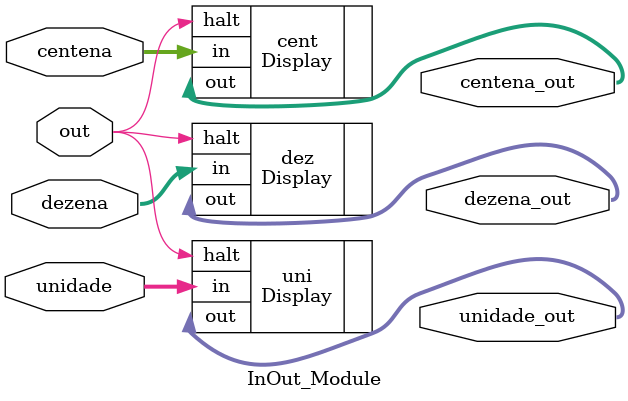
<source format=v>
module InOut_Module (centena, dezena, unidade, out, centena_out, dezena_out, unidade_out);

	input out;
	input [3:0] centena, dezena, unidade;
	output [6:0] centena_out, dezena_out, unidade_out;
	
	Display cent(.in(centena), .out(centena_out), .halt(out));
	Display dez(.in(dezena), .out(dezena_out), .halt(out));
	Display uni(.in(unidade), .out(unidade_out), .halt(out));

endmodule
</source>
